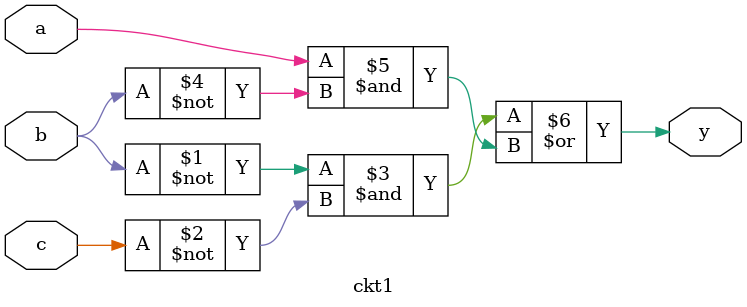
<source format=sv>
module ckt1 (input logic a, b, c,
                output logic y);

assign y = ~b & ~c | a & ~b;

endmodule
</source>
